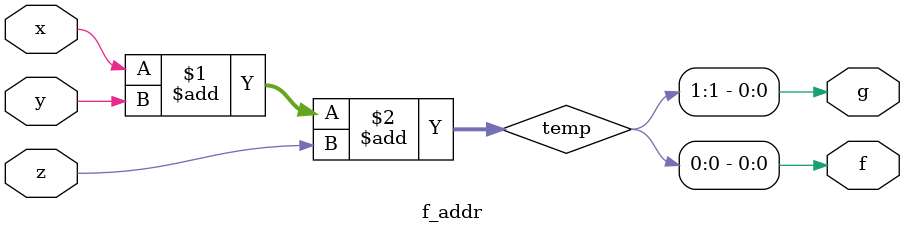
<source format=v>
module f_addr(x, y, z, f, g);
  input x;
  input y;
  input z;
  output f;
  output g;

  wire [1:0] temp;

  assign temp = x+y+z;
  assign f = temp[0];
  assign g = temp[1];

endmodule

</source>
